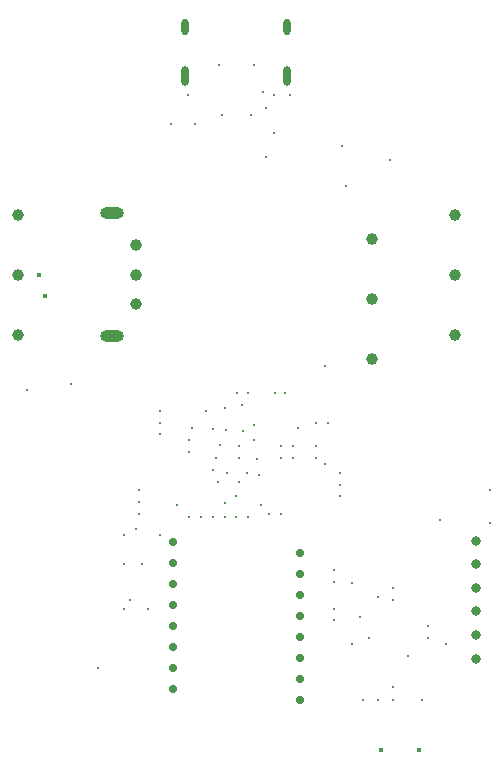
<source format=gbr>
%TF.GenerationSoftware,KiCad,Pcbnew,6.0.7+dfsg-1~bpo11+1*%
%TF.CreationDate,2022-10-07T14:18:51+00:00*%
%TF.ProjectId,redshift,72656473-6869-4667-942e-6b696361645f,0.2*%
%TF.SameCoordinates,Original*%
%TF.FileFunction,Plated,1,4,PTH,Mixed*%
%TF.FilePolarity,Positive*%
%FSLAX46Y46*%
G04 Gerber Fmt 4.6, Leading zero omitted, Abs format (unit mm)*
G04 Created by KiCad (PCBNEW 6.0.7+dfsg-1~bpo11+1) date 2022-10-07 14:18:51*
%MOMM*%
%LPD*%
G01*
G04 APERTURE LIST*
%TA.AperFunction,ViaDrill*%
%ADD10C,0.250000*%
%TD*%
%TA.AperFunction,ViaDrill*%
%ADD11C,0.300000*%
%TD*%
%TA.AperFunction,ViaDrill*%
%ADD12C,0.400000*%
%TD*%
G04 aperture for slot hole*
%TA.AperFunction,ComponentDrill*%
%ADD13O,0.600000X1.400000*%
%TD*%
G04 aperture for slot hole*
%TA.AperFunction,ComponentDrill*%
%ADD14O,0.600000X1.700000*%
%TD*%
%TA.AperFunction,ComponentDrill*%
%ADD15C,0.700000*%
%TD*%
%TA.AperFunction,ComponentDrill*%
%ADD16C,0.800000*%
%TD*%
%TA.AperFunction,ComponentDrill*%
%ADD17C,1.000000*%
%TD*%
G04 aperture for slot hole*
%TA.AperFunction,ComponentDrill*%
%ADD18O,2.000000X1.000000*%
%TD*%
G04 APERTURE END LIST*
D10*
X133500000Y-93000000D03*
X137750000Y-92519503D03*
X137750000Y-93500000D03*
D11*
X119750000Y-87750000D03*
X123500000Y-87250000D03*
X125750000Y-111250000D03*
X128000000Y-100000000D03*
X128000000Y-102500000D03*
X128000000Y-106250000D03*
X128500000Y-105500000D03*
X129000000Y-99475500D03*
X129250000Y-96250000D03*
X129250000Y-97250000D03*
X129250000Y-98250000D03*
X129475500Y-102500000D03*
X129975500Y-106250000D03*
X131000000Y-89500000D03*
X131000000Y-90500000D03*
X131000000Y-91500000D03*
X131024500Y-100000000D03*
X132000000Y-65250000D03*
X132500000Y-97450989D03*
X133374500Y-62750000D03*
X133475011Y-92000000D03*
X133500000Y-98500000D03*
X133750000Y-91000000D03*
X134000000Y-65250000D03*
X134500000Y-98500000D03*
X134925500Y-89524020D03*
X135500000Y-98500000D03*
X135519107Y-91020248D03*
X135544503Y-94500000D03*
X135750000Y-93500000D03*
X135944011Y-95500000D03*
X136000000Y-60250000D03*
X136143360Y-92413402D03*
X136250000Y-64500000D03*
X136500000Y-89250000D03*
X136500000Y-97274500D03*
X136500000Y-98500000D03*
X136620878Y-91129122D03*
X136700989Y-94750000D03*
X137500000Y-96750000D03*
X137500000Y-98500000D03*
X137528381Y-87971619D03*
X137750000Y-95500000D03*
X138000000Y-89000000D03*
X138042518Y-91207482D03*
X138397276Y-94749989D03*
X138500000Y-88000000D03*
X138500000Y-98500000D03*
X138750000Y-64500000D03*
X139000000Y-60250000D03*
X139000000Y-90750000D03*
X139000000Y-92000000D03*
X139250000Y-93548273D03*
X139451727Y-94957641D03*
X139549011Y-97450989D03*
X139759355Y-62504544D03*
X140000000Y-63909500D03*
X140000000Y-68000000D03*
X140250000Y-98250000D03*
X140700000Y-66000000D03*
X140718767Y-62781233D03*
X140750000Y-88000000D03*
X141250000Y-92500000D03*
X141250000Y-93500000D03*
X141250000Y-98250000D03*
X141600989Y-88000000D03*
X142000000Y-62750000D03*
X142250000Y-92500000D03*
X142250000Y-93500000D03*
X142750000Y-91000000D03*
X144250000Y-90500000D03*
X144250000Y-93500000D03*
X144270000Y-92500000D03*
X145000000Y-85750000D03*
X145000000Y-94000000D03*
X145250000Y-90500000D03*
X145750000Y-103000000D03*
X145750000Y-104000000D03*
X145750000Y-106250000D03*
X145750000Y-107250000D03*
X146250000Y-94750000D03*
X146250000Y-95750000D03*
X146250000Y-96750000D03*
X146400000Y-67100000D03*
X146750000Y-70500000D03*
X147250000Y-109250000D03*
X147300000Y-104100000D03*
X148000000Y-107000000D03*
X148250000Y-114000000D03*
X148750000Y-108750000D03*
X149500000Y-114000000D03*
X149520000Y-105270000D03*
X150500000Y-68250000D03*
X150725500Y-104500000D03*
X150725500Y-105500000D03*
X150750000Y-112874500D03*
X150750000Y-114000000D03*
X152000000Y-110250000D03*
X153250000Y-114000000D03*
X153750000Y-107750000D03*
X153750000Y-108750000D03*
X154750000Y-98750000D03*
X155250000Y-109274500D03*
X159000000Y-96250000D03*
X159000000Y-99000000D03*
D12*
X120750000Y-78000000D03*
X121334080Y-79767133D03*
X149750000Y-118250000D03*
X153000000Y-118250000D03*
D13*
%TO.C,J1*%
X133180000Y-57000000D03*
D14*
X133180000Y-61180000D03*
D13*
X141820000Y-57000000D03*
D14*
X141820000Y-61180000D03*
D15*
%TO.C,U1*%
X132150000Y-100635000D03*
X132150000Y-102415000D03*
X132150000Y-104195000D03*
X132150000Y-105975000D03*
X132150000Y-107755000D03*
X132150000Y-109535000D03*
X132150000Y-111315000D03*
X132150000Y-113095000D03*
X142850000Y-101525000D03*
X142850000Y-103305000D03*
X142850000Y-105085000D03*
X142850000Y-106865000D03*
X142850000Y-108645000D03*
X142850000Y-110425000D03*
X142850000Y-112205000D03*
X142850000Y-113985000D03*
D16*
%TO.C,J3*%
X157750000Y-100500000D03*
X157750000Y-102500000D03*
X157750000Y-104500000D03*
X157750000Y-106500000D03*
X157750000Y-108500000D03*
X157750000Y-110500000D03*
D17*
%TO.C,SW1*%
X119000000Y-72920000D03*
X119000000Y-78000000D03*
X119000000Y-83080000D03*
D18*
%TO.C,ENC1*%
X127000000Y-72800000D03*
X127000000Y-83200000D03*
D17*
X129000000Y-75500000D03*
X129000000Y-78000000D03*
X129000000Y-80500000D03*
%TO.C,SW3*%
X149000000Y-74920000D03*
X149000000Y-80000000D03*
X149000000Y-85080000D03*
%TO.C,SW2*%
X156000000Y-72920000D03*
X156000000Y-78000000D03*
X156000000Y-83080000D03*
M02*

</source>
